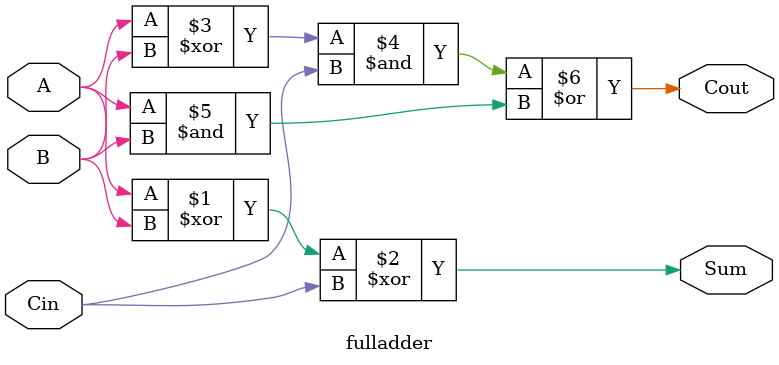
<source format=v>
`timescale 1ns / 1ps


module fulladder(
    output Sum, Cout,
    input A, B, Cin
    );
    
    assign Sum = A^B^Cin;
    assign Cout = (A^B)&Cin | A&B;
    
endmodule

</source>
